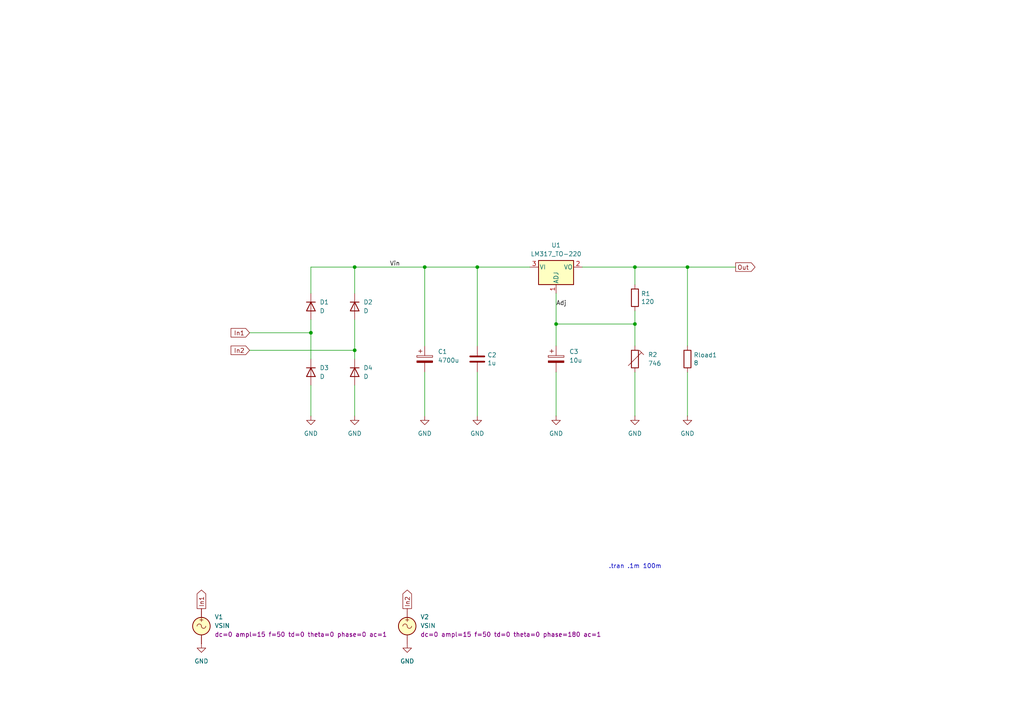
<source format=kicad_sch>
(kicad_sch (version 20231120) (generator "eeschema") (generator_version "8.0")
  (paper "A4")
  (title_block (title "Rectifier with 4 diodes and regulator") (date "2024-05-27") (rev "2") (company "GitHub/OJStuff"))
  (lib_symbols
    (symbol "Device:C" (pin_numbers hide) (pin_names (offset 0.254))
      (property "Reference" "C" (at 0.635 2.54 0))
      (property "Value" "C" (at 0.635 -2.54 0))
      (symbol "C_0_1"
        (polyline (pts (xy -2.032 -0.762) (xy 2.032 -0.762)) (stroke (width 0.508)))
        (polyline (pts (xy -2.032 0.762) (xy 2.032 0.762)) (stroke (width 0.508)))
      )
      (symbol "C_1_1"
        (pin passive line (at 0 3.81 270) (length 2.794) (name "~") (number "1"))
        (pin passive line (at 0 -3.81 90) (length 2.794) (name "~") (number "2"))
      )
    )
    (symbol "Device:C_Polarized" (pin_numbers hide) (pin_names (offset 0.254))
      (property "Reference" "C" (at 0.635 2.54 0))
      (property "Value" "C_Polarized" (at 0.635 -2.54 0))
      (symbol "C_Polarized_0_1"
        (rectangle (start -2.286 0.508) (end 2.286 1.016))
        (polyline (pts (xy -1.778 2.286) (xy -0.762 2.286)))
        (polyline (pts (xy -1.27 2.794) (xy -1.27 1.778)))
        (rectangle (start 2.286 -0.508) (end -2.286 -1.016) (fill (type outline)))
      )
      (symbol "C_Polarized_1_1"
        (pin passive line (at 0 3.81 270) (length 2.794) (name "~") (number "1"))
        (pin passive line (at 0 -3.81 90) (length 2.794) (name "~") (number "2"))
      )
    )
    (symbol "Device:D" (pin_numbers hide) (pin_names (offset 1.016) hide)
      (property "Reference" "D" (at 0 2.54 0))
      (property "Value" "D" (at 0 -2.54 0))
      (symbol "D_0_1"
        (polyline (pts (xy -1.27 1.27) (xy -1.27 -1.27)) (stroke (width 0.254)))
        (polyline (pts (xy 1.27 0) (xy -1.27 0)))
        (polyline (pts (xy 1.27 1.27) (xy 1.27 -1.27) (xy -1.27 0) (xy 1.27 1.27)) (stroke (width 0.254)))
      )
      (symbol "D_1_1"
        (pin passive line (at -3.81 0 0) (length 2.54) (name "K") (number "1"))
        (pin passive line (at 3.81 0 180) (length 2.54) (name "A") (number "2"))
      )
    )
    (symbol "Device:R" (pin_numbers hide) (pin_names (offset 0))
      (property "Reference" "R" (at 2.032 0 90))
      (property "Value" "R" (at 0 0 90))
      (symbol "R_0_1"
        (rectangle (start -1.016 -2.54) (end 1.016 2.54) (stroke (width 0.254)))
      )
      (symbol "R_1_1"
        (pin passive line (at 0 3.81 270) (length 1.27) (name "~") (number "1"))
        (pin passive line (at 0 -3.81 90) (length 1.27) (name "~") (number "2"))
      )
    )
    (symbol "Device:R_Trim" (pin_numbers hide) (pin_names (offset 0))
      (property "Reference" "R" (at 2.54 -2.54 90))
      (property "Value" "R_Trim" (at -2.54 -0.635 90))
      (symbol "R_Trim_0_1"
        (rectangle (start -1.016 -2.54) (end 1.016 2.54) (stroke (width 0.254)))
        (polyline (pts (xy -1.905 -1.905) (xy 1.905 1.905) (xy 2.54 1.27) (xy 1.27 2.54)))
      )
      (symbol "R_Trim_1_1"
        (pin passive line (at 0 3.81 270) (length 1.27) (name "~") (number "1"))
        (pin passive line (at 0 -3.81 90) (length 1.27) (name "~") (number "2"))
      )
    )
    (symbol "Regulator_Linear:LM317_TO-220" (pin_names (offset 0.254))
      (property "Reference" "U" (at -3.81 3.175 0))
      (property "Value" "LM317_TO-220" (at 0 3.175 0))
      (symbol "LM317_TO-220_0_1"
        (rectangle (start -5.08 1.905) (end 5.08 -5.08) (stroke (width 0.254)) (fill (type background)))
      )
      (symbol "LM317_TO-220_1_1"
        (pin input line (at 0 -7.62 90) (length 2.54) (name "ADJ") (number "1"))
        (pin power_out line (at 7.62 0 180) (length 2.54) (name "VO") (number "2"))
        (pin power_in line (at -7.62 0 0) (length 2.54) (name "VI") (number "3"))
      )
    )
    (symbol "Simulation_SPICE:VSIN" (pin_numbers hide) (pin_names (offset 0.0254))
      (property "Reference" "V" (at 2.54 2.54 0))
      (property "Value" "VSIN" (at 2.54 0 0))
      (property "Sim.Params" "dc=0 ampl=1 f=1k ac=1" (at 2.54 -2.54 0))
      (symbol "VSIN_0_0"
        (arc (start 0 0) (mid -0.635 0.6323) (end -1.27 0))
        (arc (start 0 0) (mid 0.635 -0.6323) (end 1.27 0))
        (text "+" (at 0 1.905 0) (effects (font (size 1.27 1.27))))
      )
      (symbol "VSIN_0_1"
        (circle (center 0 0) (radius 2.54) (stroke (width 0.254)) (fill (type background)))
      )
      (symbol "VSIN_1_1"
        (pin passive line (at 0 5.08 270) (length 2.54) (name "~") (number "1"))
        (pin passive line (at 0 -5.08 90) (length 2.54) (name "~") (number "2"))
      )
    )
    (symbol "power:GND" (power) (pin_numbers hide) (pin_names (offset 0) hide)
      (property "Value" "GND" (at 0 -3.81 0))
      (symbol "GND_0_1"
        (polyline (pts (xy 0 0) (xy 0 -1.27) (xy 1.27 -1.27) (xy 0 -2.54) (xy -1.27 -1.27) (xy 0 -1.27)))
      )
      (symbol "GND_1_1"
        (pin power_in line (at 0 0 270) (length 0) (name "~") (number "1"))
      )
    )
  )
  (junction (at 102.87 101.6))
  (junction (at 199.39 77.47))
  (junction (at 184.15 93.98))
  (junction (at 161.29 93.98))
  (junction (at 123.19 77.47))
  (junction (at 90.17 96.52))
  (junction (at 138.43 77.47))
  (junction (at 102.87 77.47))
  (junction (at 184.15 77.47))
  (wire (pts (xy 123.19 107.95) (xy 123.19 120.65)))
  (wire (pts (xy 72.39 101.6) (xy 102.87 101.6)))
  (wire (pts (xy 138.43 107.95) (xy 138.43 120.65)))
  (wire (pts (xy 199.39 107.95) (xy 199.39 120.65)))
  (wire (pts (xy 123.19 77.47) (xy 138.43 77.47)))
  (wire (pts (xy 199.39 77.47) (xy 184.15 77.47)))
  (wire (pts (xy 161.29 93.98) (xy 161.29 100.33)))
  (wire (pts (xy 138.43 77.47) (xy 153.67 77.47)))
  (wire (pts (xy 102.87 104.14) (xy 102.87 101.6)))
  (wire (pts (xy 123.19 77.47) (xy 123.19 100.33)))
  (wire (pts (xy 90.17 77.47) (xy 90.17 85.09)))
  (wire (pts (xy 184.15 77.47) (xy 184.15 82.55)))
  (wire (pts (xy 161.29 85.09) (xy 161.29 93.98)))
  (wire (pts (xy 184.15 90.17) (xy 184.15 93.98)))
  (wire (pts (xy 102.87 92.71) (xy 102.87 101.6)))
  (wire (pts (xy 102.87 85.09) (xy 102.87 77.47)))
  (wire (pts (xy 102.87 111.76) (xy 102.87 120.65)))
  (wire (pts (xy 184.15 107.95) (xy 184.15 120.65)))
  (wire (pts (xy 199.39 77.47) (xy 213.36 77.47)))
  (wire (pts (xy 72.39 96.52) (xy 90.17 96.52)))
  (wire (pts (xy 90.17 77.47) (xy 102.87 77.47)))
  (wire (pts (xy 161.29 93.98) (xy 184.15 93.98)))
  (wire (pts (xy 102.87 77.47) (xy 123.19 77.47)))
  (wire (pts (xy 90.17 92.71) (xy 90.17 96.52)))
  (wire (pts (xy 161.29 107.95) (xy 161.29 120.65)))
  (wire (pts (xy 199.39 100.33) (xy 199.39 77.47)))
  (wire (pts (xy 90.17 96.52) (xy 90.17 104.14)))
  (wire (pts (xy 138.43 77.47) (xy 138.43 100.33)))
  (wire (pts (xy 168.91 77.47) (xy 184.15 77.47)))
  (wire (pts (xy 184.15 93.98) (xy 184.15 100.33)))
  (wire (pts (xy 90.17 111.76) (xy 90.17 120.65)))
  (text ".tran .1m 100m" (at 176.53 165.1 0) (effects (font (size 1.27 1.27)) (justify left bottom)))
  (label "Adj" (at 161.29 88.9 0))
  (label "Vin" (at 113.03 77.47 0))
  (global_label "In2" (shape output) (at 118.11 176.53 90) (property "Intersheetrefs" "${INTERSHEET_REFS}" (effects (hide yes))))
  (global_label "In1" (shape output) (at 58.42 176.53 90) (property "Intersheetrefs" "${INTERSHEET_REFS}" (effects (hide yes))))
  (global_label "In1" (shape input) (at 72.39 96.52 180) (property "Intersheetrefs" "${INTERSHEET_REFS}" (effects (hide yes))))
  (global_label "In2" (shape input) (at 72.39 101.6 180) (property "Intersheetrefs" "${INTERSHEET_REFS}" (effects (hide yes))))
  (global_label "Out" (shape output) (at 213.36 77.47 0) (property "Intersheetrefs" "${INTERSHEET_REFS}" (effects (hide yes))))
  (symbol (lib_id "Simulation_SPICE:VSIN") (at 58.42 181.61 0) (unit 1)
    (property "Reference" "V1" (at 62.23 178.9401 0) (effects (justify left)))
    (property "Value" "VSIN" (at 62.23 181.4801 0) (effects (justify left)))
    (property "Datasheet" "https://ngspice.sourceforge.io/docs/ngspice-html-manual/manual.xhtml#sec_Independent_Sources_for" (effects (hide yes)))
    (property "Description" "Voltage source, sinusoidal" (effects (hide yes)))
    (property "Sim.Pins" "1=+ 2=-" (effects (hide yes)))
    (property "Sim.Params" "dc=0 ampl=15 f=50 td=0 theta=0 phase=0 ac=1" (at 62.23 184.0201 0) (effects (justify left)))
    (property "Sim.Type" "SIN" (effects (hide yes)))
    (property "Sim.Device" "V" (effects (hide yes)))
  )
  (symbol (lib_id "power:GND") (at 90.17 120.65 0) (unit 1)
    (property "Reference" "#PWR03" (effects (hide yes)))
    (property "Value" "GND" (at 90.17 125.73 0))
    (property "Description" "Power symbol creates a global label with name \"GND\" , ground" (effects (hide yes)))
  )
  (symbol (lib_id "Device:R") (at 184.15 86.36 0) (unit 1)
    (property "Reference" "R1" (at 185.928 85.1916 0) (effects (justify left)))
    (property "Value" "120" (at 185.928 87.503 0) (effects (justify left)))
    (property "Footprint" "Resistor_THT:R_Axial_DIN0309_L9.0mm_D3.2mm_P12.70mm_Horizontal" (effects (hide yes)))
  )
  (symbol (lib_id "Device:R_Trim") (at 184.15 104.14 0) (unit 1)
    (property "Reference" "R2" (at 187.96 102.8699 0) (effects (justify left)))
    (property "Value" "746" (at 187.96 105.4099 0) (effects (justify left)))
  )
  (symbol (lib_id "Regulator_Linear:LM317_TO-220") (at 161.29 77.47 0) (unit 1)
    (property "Reference" "U1" (at 161.29 71.12 0))
    (property "Value" "LM317_TO-220" (at 161.29 73.66 0))
    (property "Footprint" "Package_TO_SOT_THT:TO-220-3_Vertical" (effects (hide yes)))
    (property "Datasheet" "http://www.ti.com/lit/ds/symlink/lm317.pdf" (effects (hide yes)))
    (property "Sim.Library" "LM317-N.LIB" (effects (hide yes)))
    (property "Sim.Name" "LM317-N" (effects (hide yes)))
    (property "Sim.Device" "SUBCKT" (effects (hide yes)))
    (property "Sim.Pins" "1=ADJ 2=OUT 3=IN" (effects (hide yes)))
  )
  (symbol (lib_id "power:GND") (at 118.11 186.69 0) (unit 1)
    (property "Reference" "#PWR02" (effects (hide yes)))
    (property "Value" "GND" (at 118.11 191.77 0))
    (property "Description" "Power symbol creates a global label with name \"GND\" , ground" (effects (hide yes)))
  )
  (symbol (lib_id "power:GND") (at 58.42 186.69 0) (unit 1)
    (property "Reference" "#PWR01" (effects (hide yes)))
    (property "Value" "GND" (at 58.42 191.77 0))
    (property "Description" "Power symbol creates a global label with name \"GND\" , ground" (effects (hide yes)))
  )
  (symbol (lib_id "Device:R") (at 199.39 104.14 0) (unit 1)
    (property "Reference" "Rload1" (at 201.168 102.9716 0) (effects (justify left)))
    (property "Value" "8" (at 201.168 105.283 0) (effects (justify left)))
    (property "Footprint" "Resistor_THT:R_Axial_DIN0309_L9.0mm_D3.2mm_P12.70mm_Horizontal" (effects (hide yes)))
  )
  (symbol (lib_id "power:GND") (at 199.39 120.65 0) (unit 1)
    (property "Reference" "#PWR09" (effects (hide yes)))
    (property "Value" "GND" (at 199.39 125.73 0))
    (property "Description" "Power symbol creates a global label with name \"GND\" , ground" (effects (hide yes)))
  )
  (symbol (lib_id "Simulation_SPICE:VSIN") (at 118.11 181.61 0) (unit 1)
    (property "Reference" "V2" (at 121.92 178.9401 0) (effects (justify left)))
    (property "Value" "VSIN" (at 121.92 181.4801 0) (effects (justify left)))
    (property "Datasheet" "https://ngspice.sourceforge.io/docs/ngspice-html-manual/manual.xhtml#sec_Independent_Sources_for" (effects (hide yes)))
    (property "Description" "Voltage source, sinusoidal" (effects (hide yes)))
    (property "Sim.Pins" "1=+ 2=-" (effects (hide yes)))
    (property "Sim.Params" "dc=0 ampl=15 f=50 td=0 theta=0 phase=180 ac=1" (at 121.92 184.0201 0) (effects (justify left)))
    (property "Sim.Type" "SIN" (effects (hide yes)))
    (property "Sim.Device" "V" (effects (hide yes)))
  )
  (symbol (lib_id "power:GND") (at 184.15 120.65 0) (unit 1)
    (property "Reference" "#PWR08" (effects (hide yes)))
    (property "Value" "GND" (at 184.15 125.73 0))
    (property "Description" "Power symbol creates a global label with name \"GND\" , ground" (effects (hide yes)))
  )
  (symbol (lib_id "Device:D") (at 90.17 88.9 270) (unit 1)
    (property "Reference" "D1" (at 92.71 87.6299 90) (effects (justify left)))
    (property "Value" "D" (at 92.71 90.1699 90) (effects (justify left)))
    (property "Description" "Diode" (effects (hide yes)))
    (property "Sim.Device" "D" (effects (hide yes)))
    (property "Sim.Pins" "1=K 2=A" (effects (hide yes)))
  )
  (symbol (lib_id "Device:C_Polarized") (at 123.19 104.14 0) (unit 1)
    (property "Reference" "C1" (at 127 101.9809 0) (effects (justify left)))
    (property "Value" "4700u" (at 127 104.5209 0) (effects (justify left)))
    (property "Footprint" "Capacitor_THT:CP_Radial_D16.0mm_P7.50mm" (effects (hide yes)))
  )
  (symbol (lib_id "power:GND") (at 102.87 120.65 0) (unit 1)
    (property "Reference" "#PWR04" (effects (hide yes)))
    (property "Value" "GND" (at 102.87 125.73 0))
    (property "Description" "Power symbol creates a global label with name \"GND\" , ground" (effects (hide yes)))
  )
  (symbol (lib_id "Device:D") (at 102.87 88.9 270) (unit 1)
    (property "Reference" "D2" (at 105.41 87.6299 90) (effects (justify left)))
    (property "Value" "D" (at 105.41 90.1699 90) (effects (justify left)))
    (property "Description" "Diode" (effects (hide yes)))
    (property "Sim.Device" "D" (effects (hide yes)))
    (property "Sim.Pins" "1=K 2=A" (effects (hide yes)))
  )
  (symbol (lib_id "power:GND") (at 161.29 120.65 0) (unit 1)
    (property "Reference" "#PWR07" (effects (hide yes)))
    (property "Value" "GND" (at 161.29 125.73 0))
    (property "Description" "Power symbol creates a global label with name \"GND\" , ground" (effects (hide yes)))
  )
  (symbol (lib_id "Device:D") (at 90.17 107.95 270) (unit 1)
    (property "Reference" "D3" (at 92.71 106.6799 90) (effects (justify left)))
    (property "Value" "D" (at 92.71 109.2199 90) (effects (justify left)))
    (property "Description" "Diode" (effects (hide yes)))
    (property "Sim.Device" "D" (effects (hide yes)))
    (property "Sim.Pins" "1=K 2=A" (effects (hide yes)))
  )
  (symbol (lib_id "Device:C_Polarized") (at 161.29 104.14 0) (unit 1)
    (property "Reference" "C3" (at 165.1 101.9809 0) (effects (justify left)))
    (property "Value" "10u" (at 165.1 104.5209 0) (effects (justify left)))
    (property "Footprint" "Capacitor_THT:CP_Radial_D5.0mm_P2.50mm" (effects (hide yes)))
  )
  (symbol (lib_id "power:GND") (at 138.43 120.65 0) (unit 1)
    (property "Reference" "#PWR06" (effects (hide yes)))
    (property "Value" "GND" (at 138.43 125.73 0))
    (property "Description" "Power symbol creates a global label with name \"GND\" , ground" (effects (hide yes)))
  )
  (symbol (lib_id "Device:C") (at 138.43 104.14 0) (unit 1)
    (property "Reference" "C2" (at 141.351 102.9716 0) (effects (justify left)))
    (property "Value" "1u" (at 141.351 105.283 0) (effects (justify left)))
    (property "Footprint" "Capacitor_THT:C_Disc_D3.0mm_W1.6mm_P2.50mm" (effects (hide yes)))
  )
  (symbol (lib_id "power:GND") (at 123.19 120.65 0) (unit 1)
    (property "Reference" "#PWR05" (effects (hide yes)))
    (property "Value" "GND" (at 123.19 125.73 0))
    (property "Description" "Power symbol creates a global label with name \"GND\" , ground" (effects (hide yes)))
  )
  (symbol (lib_id "Device:D") (at 102.87 107.95 270) (unit 1)
    (property "Reference" "D4" (at 105.41 106.6799 90) (effects (justify left)))
    (property "Value" "D" (at 105.41 109.2199 90) (effects (justify left)))
    (property "Description" "Diode" (effects (hide yes)))
    (property "Sim.Device" "D" (effects (hide yes)))
    (property "Sim.Pins" "1=K 2=A" (effects (hide yes)))
  )
)
</source>
